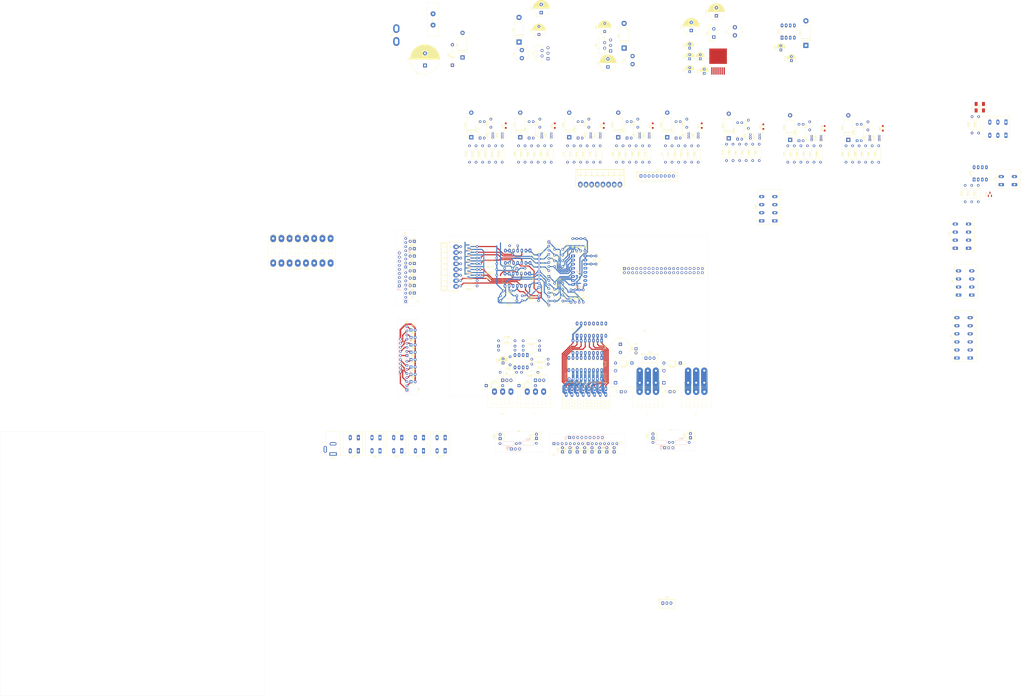
<source format=kicad_pcb>
(kicad_pcb
	(version 20240108)
	(generator "pcbnew")
	(generator_version "8.0")
	(general
		(thickness 1.6)
		(legacy_teardrops no)
	)
	(paper "A4")
	(layers
		(0 "F.Cu" signal)
		(31 "B.Cu" signal)
		(32 "B.Adhes" user "B.Adhesive")
		(33 "F.Adhes" user "F.Adhesive")
		(34 "B.Paste" user)
		(35 "F.Paste" user)
		(36 "B.SilkS" user "B.Silkscreen")
		(37 "F.SilkS" user "F.Silkscreen")
		(38 "B.Mask" user)
		(39 "F.Mask" user)
		(40 "Dwgs.User" user "User.Drawings")
		(41 "Cmts.User" user "User.Comments")
		(42 "Eco1.User" user "User.Eco1")
		(43 "Eco2.User" user "User.Eco2")
		(44 "Edge.Cuts" user)
		(45 "Margin" user)
		(46 "B.CrtYd" user "B.Courtyard")
		(47 "F.CrtYd" user "F.Courtyard")
		(48 "B.Fab" user)
		(49 "F.Fab" user)
		(50 "User.1" user)
		(51 "User.2" user)
		(52 "User.3" user)
		(53 "User.4" user)
		(54 "User.5" user)
		(55 "User.6" user)
		(56 "User.7" user)
		(57 "User.8" user)
		(58 "User.9" user)
	)
	(setup
		(pad_to_mask_clearance 0)
		(allow_soldermask_bridges_in_footprints no)
		(pcbplotparams
			(layerselection 0x00010fc_ffffffff)
			(plot_on_all_layers_selection 0x0000000_00000000)
			(disableapertmacros no)
			(usegerberextensions no)
			(usegerberattributes yes)
			(usegerberadvancedattributes yes)
			(creategerberjobfile yes)
			(dashed_line_dash_ratio 12.000000)
			(dashed_line_gap_ratio 3.000000)
			(svgprecision 4)
			(plotframeref no)
			(viasonmask no)
			(mode 1)
			(useauxorigin no)
			(hpglpennumber 1)
			(hpglpenspeed 20)
			(hpglpendiameter 15.000000)
			(pdf_front_fp_property_popups yes)
			(pdf_back_fp_property_popups yes)
			(dxfpolygonmode yes)
			(dxfimperialunits yes)
			(dxfusepcbnewfont yes)
			(psnegative no)
			(psa4output no)
			(plotreference yes)
			(plotvalue yes)
			(plotfptext yes)
			(plotinvisibletext no)
			(sketchpadsonfab no)
			(subtractmaskfromsilk no)
			(outputformat 1)
			(mirror no)
			(drillshape 1)
			(scaleselection 1)
			(outputdirectory "")
		)
	)
	(net 0 "")
	(net 1 "+5V")
	(net 2 "/Buzzer")
	(net 3 "+24V filtered")
	(net 4 "GND")
	(net 5 "+3V3")
	(net 6 "/ADC_CH3")
	(net 7 "/ADC_CH1")
	(net 8 "+12V")
	(net 9 "Net-(D6-K)")
	(net 10 "Net-(U1-BOOT)")
	(net 11 "/Dig-IN_1")
	(net 12 "Net-(U11-CAP+)")
	(net 13 "Net-(D14-K)")
	(net 14 "-5V")
	(net 15 "/ADC_CH5")
	(net 16 "/ADC_CH6")
	(net 17 "/ADC_CH0")
	(net 18 "/ADC_CH2")
	(net 19 "/ADC_CH7")
	(net 20 "/ADC_CH4")
	(net 21 "/Dig-IN_2")
	(net 22 "/Dig-IN_3")
	(net 23 "/Dig-IN_4")
	(net 24 "/Dig-IN_5")
	(net 25 "/Dig-IN_6")
	(net 26 "/Dig-IN_7")
	(net 27 "/Dig-IN_8")
	(net 28 "Net-(D1-K)")
	(net 29 "Net-(D2-K)")
	(net 30 "Net-(D5-K)")
	(net 31 "OUT_Digital_1_open-drain")
	(net 32 "Net-(U3C-+)")
	(net 33 "Net-(U3D-+)")
	(net 34 "IN_Analog_6 (0-20mA)")
	(net 35 "IN_Analog_7 (0-20mA)")
	(net 36 "Net-(U9B-+)")
	(net 37 "/OUT_PWM_1_diode")
	(net 38 "/OUT_PWM_2_diode")
	(net 39 "Net-(D34-A)")
	(net 40 "Net-(U9A-+)")
	(net 41 "OUT_Digital_2_open-drain")
	(net 42 "OUT_Digital_3_open-drain")
	(net 43 "OUT_Digital_4_open-drain")
	(net 44 "OUT_Digital_5_open-drain")
	(net 45 "Net-(U3A-+)")
	(net 46 "I2C_SDA")
	(net 47 "RS485_B")
	(net 48 "RS485_A")
	(net 49 "Net-(D50-A1)")
	(net 50 "Net-(D51-A)")
	(net 51 "Net-(D53-A1)")
	(net 52 "Net-(D54-A)")
	(net 53 "Net-(D56-A1)")
	(net 54 "Net-(D57-A)")
	(net 55 "Net-(D59-A1)")
	(net 56 "Net-(D60-A)")
	(net 57 "Net-(D62-A1)")
	(net 58 "Net-(D63-A)")
	(net 59 "Net-(D65-A1)")
	(net 60 "Net-(D66-A)")
	(net 61 "Net-(D68-A1)")
	(net 62 "Net-(D69-A)")
	(net 63 "Net-(D71-A1)")
	(net 64 "Net-(D72-A)")
	(net 65 "+BATT")
	(net 66 "unconnected-(J1-ID_SD{slash}GPIO0-Pad27)")
	(net 67 "/SPI_CE0_ADC")
	(net 68 "Net-(J1-3V3-Pad1)")
	(net 69 "/SPI0_miso_ADC")
	(net 70 "/UART_DIR-T")
	(net 71 "/SPI0_mosi_ADC")
	(net 72 "/SPI0_sclk_ADC")
	(net 73 "/UART_TX")
	(net 74 "/SPI1_miso_FREE")
	(net 75 "/SR-OUT_latch")
	(net 76 "/SPI1_mosi_FREE")
	(net 77 "/SR-OUT_clock")
	(net 78 "/SR-OUT_data")
	(net 79 "unconnected-(J1-ID_SC{slash}GPIO1-Pad28)")
	(net 80 "/SPI1_CE_FREE")
	(net 81 "/UART_RX")
	(net 82 "/OUT_PWM_2")
	(net 83 "/SPI1_sclk_FREE")
	(net 84 "/OUT_PWM_1")
	(net 85 "IN_Digital_8")
	(net 86 "IN_Digital_5")
	(net 87 "IN_Digital_2")
	(net 88 "IN_Digital_3")
	(net 89 "IN_Digital_4")
	(net 90 "IN_Digital_6")
	(net 91 "IN_Digital_7")
	(net 92 "IN_Digital_1")
	(net 93 "OUT_Digital_8")
	(net 94 "OUT_Digital_7_open-drain")
	(net 95 "OUT_Digital_2")
	(net 96 "OUT_Digital_4")
	(net 97 "OUT_Digital_5")
	(net 98 "OUT_Digital_6")
	(net 99 "OUT_Digital_3")
	(net 100 "OUT_Digital_7")
	(net 101 "OUT_Digital_8_open-drain")
	(net 102 "OUT_Digital_1")
	(net 103 "OUT_Digital_6_open-drain")
	(net 104 "Net-(J4-Pin_1)")
	(net 105 "Net-(J4-Pin_2)")
	(net 106 "Net-(J4-Pin_3)")
	(net 107 "OUT_Digital_COM_open-drain")
	(net 108 "Net-(J6-Pin_1)")
	(net 109 "Net-(J6-Pin_3)")
	(net 110 "Net-(J6-Pin_2)")
	(net 111 "IN_Analog_1 (0-3.3V)")
	(net 112 "IN_Analog_5 (0-24V)")
	(net 113 "IN_Analog_4 (0-12V)")
	(net 114 "IN_Analog_2 (0-5V)")
	(net 115 "IN_Analog_0 (0-3.3V)")
	(net 116 "IN_Analog_3 (0-5V)")
	(net 117 "Net-(Q1-G)")
	(net 118 "Net-(Q2-G)")
	(net 119 "Net-(Q2-D)")
	(net 120 "Net-(Q5-G)")
	(net 121 "Net-(Q6-G)")
	(net 122 "Net-(Q7-G)")
	(net 123 "Net-(Q7-D)")
	(net 124 "Net-(Q8-G)")
	(net 125 "Net-(Q9-G)")
	(net 126 "Net-(Q9-D)")
	(net 127 "Net-(Q10-G)")
	(net 128 "Net-(Q11-D)")
	(net 129 "Net-(Q11-G)")
	(net 130 "Net-(Q12-G)")
	(net 131 "Net-(Q13-G)")
	(net 132 "Net-(Q13-D)")
	(net 133 "Net-(Q14-G)")
	(net 134 "Net-(Q15-D)")
	(net 135 "Net-(Q15-G)")
	(net 136 "Net-(Q16-G)")
	(net 137 "Net-(Q17-G)")
	(net 138 "Net-(Q17-D)")
	(net 139 "Net-(Q18-G)")
	(net 140 "Net-(Q19-D)")
	(net 141 "Net-(Q19-G)")
	(net 142 "Net-(Q20-G)")
	(net 143 "Net-(R2-Pad2)")
	(net 144 "Net-(U9C--)")
	(net 145 "Net-(U12-~{OUTA})")
	(net 146 "Net-(U12-~{OUTB})")
	(net 147 "Net-(U12-INB)")
	(net 148 "Net-(R33-Pad1)")
	(net 149 "Net-(U9D--)")
	(net 150 "Net-(R59-Pad2)")
	(net 151 "Net-(R66-Pad2)")
	(net 152 "Net-(R73-Pad2)")
	(net 153 "Net-(R80-Pad2)")
	(net 154 "Net-(R87-Pad2)")
	(net 155 "Net-(R94-Pad2)")
	(net 156 "Net-(R101-Pad2)")
	(net 157 "Net-(U12-INA)")
	(net 158 "Net-(R108-Pad1)")
	(net 159 "unconnected-(U1-EN-Pad7)")
	(net 160 "unconnected-(U1-NC-Pad5)")
	(net 161 "unconnected-(U2-QH'-Pad9)")
	(net 162 "unconnected-(U11-OSC-Pad7)")
	(net 163 "unconnected-(U11-NC-Pad1)")
	(net 164 "unconnected-(U12-NC-Pad8)")
	(net 165 "unconnected-(U12-NC-Pad1)")
	(net 166 "Net-(U3B-+)")
	(net 167 "Net-(D45-K)")
	(net 168 "unconnected-(J3-Pin_13-Pad13)")
	(net 169 "unconnected-(J3-Pin_1-Pad1)")
	(net 170 "unconnected-(J3-Pin_3-Pad3)")
	(net 171 "unconnected-(J3-Pin_8-Pad8)")
	(net 172 "unconnected-(J3-Pin_15-Pad15)")
	(net 173 "unconnected-(J3-Pin_11-Pad11)")
	(net 174 "unconnected-(J3-Pin_5-Pad5)")
	(net 175 "unconnected-(J3-Pin_14-Pad14)")
	(net 176 "unconnected-(J3-Pin_10-Pad10)")
	(net 177 "unconnected-(J3-Pin_4-Pad4)")
	(net 178 "unconnected-(J3-Pin_6-Pad6)")
	(net 179 "unconnected-(J3-Pin_7-Pad7)")
	(net 180 "unconnected-(J3-Pin_16-Pad16)")
	(net 181 "unconnected-(J3-Pin_9-Pad9)")
	(net 182 "unconnected-(J3-Pin_2-Pad2)")
	(net 183 "unconnected-(J3-Pin_12-Pad12)")
	(net 184 "/LED_analog-CH6")
	(net 185 "/LED_analog-CH2")
	(net 186 "/LED_analog-CH7")
	(net 187 "/LED_analog-CH5")
	(net 188 "/LED_analog-CH0")
	(net 189 "/LED_analog-CH1")
	(net 190 "/LED_analog-CH3")
	(net 191 "/LED_analog-CH4")
	(net 192 "Net-(D10-K)")
	(net 193 "Net-(D7-A)")
	(net 194 "Net-(D8-A)")
	(net 195 "Net-(D10-A)")
	(net 196 "Net-(D15-A)")
	(net 197 "Net-(D17-A)")
	(net 198 "Net-(D23-A)")
	(net 199 "Net-(D26-A)")
	(net 200 "Net-(D27-A)")
	(net 201 "Net-(D82-K)")
	(net 202 "Net-(D82-A)")
	(net 203 "Net-(D83-K)")
	(net 204 "Net-(D84-K)")
	(net 205 "Net-(D85-K)")
	(net 206 "Net-(D86-K)")
	(net 207 "Net-(D87-K)")
	(net 208 "Net-(D88-K)")
	(net 209 "Net-(D89-K)")
	(net 210 "Net-(J25-Pin_8)")
	(net 211 "Net-(J25-Pin_5)")
	(net 212 "Net-(J25-Pin_7)")
	(net 213 "Net-(J25-Pin_2)")
	(net 214 "Net-(J25-Pin_6)")
	(net 215 "Net-(J25-Pin_1)")
	(net 216 "Net-(J25-Pin_4)")
	(net 217 "Net-(J25-Pin_3)")
	(net 218 "Net-(J27-Pin_4)")
	(net 219 "Net-(J27-Pin_8)")
	(net 220 "Net-(J27-Pin_1)")
	(net 221 "Net-(J27-Pin_5)")
	(net 222 "Net-(J27-Pin_6)")
	(net 223 "Net-(J27-Pin_7)")
	(net 224 "Net-(J27-Pin_3)")
	(net 225 "Net-(J27-Pin_2)")
	(net 226 "Net-(D20-A)")
	(net 227 "Net-(D20-K)")
	(net 228 "Net-(D30-K)")
	(net 229 "Net-(D37-K)")
	(net 230 "Net-(D40-K)")
	(net 231 "Net-(D41-K)")
	(net 232 "Net-(D42-K)")
	(net 233 "Net-(D43-K)")
	(net 234 "Net-(D44-K)")
	(net 235 "/LED_digital-out_2")
	(net 236 "/LED_digital-out_8")
	(net 237 "/LED_digital-out_6")
	(net 238 "/LED_digital-out_5")
	(net 239 "/LED_digital-out_4")
	(net 240 "/LED_digital-out_7")
	(net 241 "/LED_digital-out_1")
	(net 242 "/LED_digital-out_3")
	(net 243 "Net-(J23-Pin_1)")
	(net 244 "Net-(J23-Pin_5)")
	(net 245 "Net-(J23-Pin_3)")
	(net 246 "Net-(J23-Pin_2)")
	(net 247 "Net-(J23-Pin_8)")
	(net 248 "Net-(J23-Pin_7)")
	(net 249 "Net-(J23-Pin_4)")
	(net 250 "Net-(J23-Pin_6)")
	(net 251 "/LED_relay-1")
	(net 252 "/LED_PWM-1")
	(net 253 "/LED_PWM-2")
	(net 254 "Net-(D34-K)")
	(net 255 "/LED_relay-2")
	(net 256 "Net-(D52-K)")
	(net 257 "Net-(D52-A)")
	(net 258 "Net-(D55-K)")
	(net 259 "Net-(J30-Pin_3)")
	(net 260 "Net-(J30-Pin_2)")
	(net 261 "Net-(J31-Pin_3)")
	(net 262 "Net-(J31-Pin_2)")
	(net 263 "Net-(RN9-R2.2)")
	(net 264 "Net-(RN9-R8.2)")
	(net 265 "Net-(RN9-R7.2)")
	(net 266 "Net-(RN9-R5.2)")
	(net 267 "Net-(RN9-R1.2)")
	(net 268 "Net-(RN9-R6.2)")
	(net 269 "Net-(RN9-R3.2)")
	(net 270 "Net-(RN9-R4.2)")
	(net 271 "/DIP_EN-Filter-ADC3")
	(net 272 "/DIP_EN-Filter-ADC1")
	(net 273 "/DIP_EN-Filter-ADC5")
	(net 274 "/DIP_EN-Filter-ADC6")
	(net 275 "/DIP_EN-Filter-ADC0")
	(net 276 "/DIP_EN-Filter-ADC2")
	(net 277 "/DIP_EN-Filter-ADC7")
	(net 278 "/DIP_EN-Filter-ADC4")
	(footprint "Capacitor_THT:CP_Radial_D10.0mm_P5.00mm" (layer "F.Cu") (at 136.35 -61.907323 90))
	(footprint "Resistor_THT:R_Axial_DIN0207_L6.3mm_D2.5mm_P10.16mm_Horizontal" (layer "F.Cu") (at 226 -3.92 90))
	(footprint "Connector_JST:JST_XH_B9B-XH-A_1x09_P2.50mm_Vertical" (layer "F.Cu") (at 156.8272 5.6218))
	(footprint "Resistor_THT:R_Axial_DIN0207_L6.3mm_D2.5mm_P10.16mm_Horizontal" (layer "F.Cu") (at 357.655 21.6 90))
	(footprint "Button_Switch_THT:SW_DIP_SPSTx04_Slide_9.78x12.34mm_W7.62mm_P2.54mm" (layer "F.Cu") (at 114.464773 52.0495 90))
	(footprint "Package_TO_SOT_THT:TO-92_Inline" (layer "F.Cu") (at 192.23 -18.29 90))
	(footprint "Package_DIP:DIP-4_W10.16mm" (layer "F.Cu") (at 68.58 110.998))
	(footprint "Connector_PinSocket_2.54mm:PinSocket_1x02_P2.54mm_Vertical" (layer "F.Cu") (at 153.761 112.669))
	(footprint "Capacitor_THT:CP_Radial_D5.0mm_P2.50mm" (layer "F.Cu") (at 71.374 121.412 90))
	(footprint "Relay_THT:Relay_SPDT_Omron_G2RL-1-E" (layer "F.Cu") (at 141.036 133.731 90))
	(footprint "Resistor_THT:R_Axial_DIN0207_L6.3mm_D2.5mm_P10.16mm_Horizontal" (layer "F.Cu") (at 55.289773 73.722 180))
	(footprint "LED_THT:LED_D3.0mm_IRGrey" (layer "F.Cu") (at 14.346 119.38))
	(footprint "Resistor_THT:R_Axial_DIN0207_L6.3mm_D2.5mm_P10.16mm_Horizontal" (layer "F.Cu") (at 115.35 -2.92 90))
	(footprint "LED_THT:LED_D3.0mm_IRGrey" (layer "F.Cu") (at 16.388 46.111 180))
	(footprint "Capacitor_THT:CP_Radial_D8.0mm_P5.00mm" (layer "F.Cu") (at 93.59 -82.029698 90))
	(footprint "Diode_THT:D_DO-201AD_P15.24mm_Horizontal"
		(layer "F.Cu")
		(uuid "08d5d0f6-dc01-4c95-a379-5cf935c48c56")
		(at 146.35 -73.655 90)
		(descr "Diode, DO-201AD series, Axial, Horizontal, pin pitch=15.24mm, , length*diameter=9.5*5.2mm^2, , http://www.diodes.com/_files/packages/DO-201AD.pdf")
		(tags "Diode DO-201AD series Axial Horizontal pin pitch 15.24mm  length 9.5mm diameter 5.2mm")
		(property "Reference" "D5"
			(at 7.62 -3.72 90)
			(layer "F.SilkS")
			(uuid "3806709a-834c-4375-b81a-afca8423e817")
			(effects
				(font
					(size 1 1)
					(thickness 0.15)
				)
			)
		)
		(property "Value" "1N5822"
			(at 7.62 3.72 90)
			(layer "F.Fab")
			(uuid "849d0f34-50b1-4875-99fa-6d164422be88")
			(effects
				(font
					(size 1 1)
					(thickness 
... [1951043 chars truncated]
</source>
